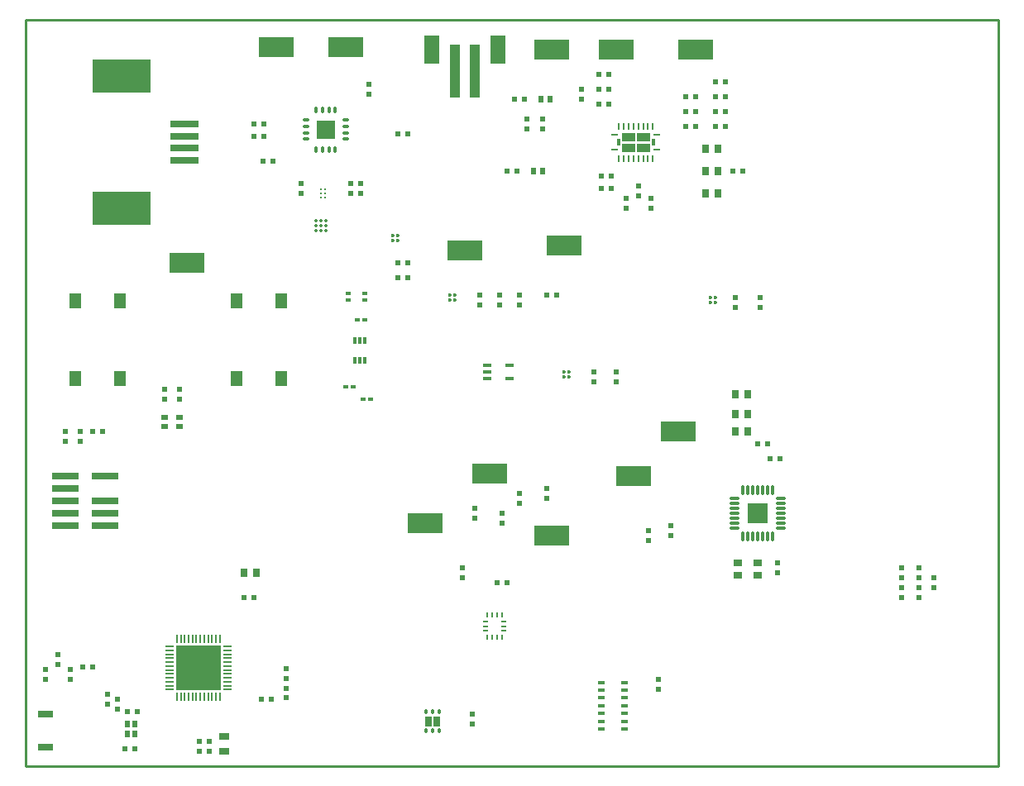
<source format=gtp>
G04*
G04 #@! TF.GenerationSoftware,Altium Limited,Altium Designer,20.1.11 (218)*
G04*
G04 Layer_Color=8421504*
%FSLAX25Y25*%
%MOIN*%
G70*
G04*
G04 #@! TF.SameCoordinates,CECB5A23-850B-4153-B343-40316EC9BAD4*
G04*
G04*
G04 #@! TF.FilePolarity,Positive*
G04*
G01*
G75*
%ADD10C,0.01000*%
%ADD20R,0.07480X0.07480*%
%ADD21R,0.05228X0.03610*%
%ADD22R,0.01169X0.03071*%
%ADD23R,0.14370X0.08071*%
%ADD24R,0.05906X0.02913*%
%ADD25R,0.11811X0.02756*%
%ADD26R,0.23779X0.13386*%
%ADD27R,0.02362X0.01968*%
%ADD28R,0.01968X0.02362*%
%ADD29R,0.01968X0.02756*%
%ADD30R,0.03937X0.21654*%
%ADD31R,0.06299X0.11811*%
%ADD32O,0.02953X0.01181*%
%ADD33O,0.01181X0.02953*%
%ADD34R,0.10984X0.02913*%
%ADD35R,0.18110X0.18110*%
%ADD36O,0.00787X0.03740*%
%ADD37O,0.03740X0.00787*%
G04:AMPARAMS|DCode=38|XSize=9.45mil|YSize=23.62mil|CornerRadius=1.98mil|HoleSize=0mil|Usage=FLASHONLY|Rotation=270.000|XOffset=0mil|YOffset=0mil|HoleType=Round|Shape=RoundedRectangle|*
%AMROUNDEDRECTD38*
21,1,0.00945,0.01965,0,0,270.0*
21,1,0.00548,0.02362,0,0,270.0*
1,1,0.00397,-0.00983,-0.00274*
1,1,0.00397,-0.00983,0.00274*
1,1,0.00397,0.00983,0.00274*
1,1,0.00397,0.00983,-0.00274*
%
%ADD38ROUNDEDRECTD38*%
G04:AMPARAMS|DCode=39|XSize=9.45mil|YSize=23.62mil|CornerRadius=1.98mil|HoleSize=0mil|Usage=FLASHONLY|Rotation=0.000|XOffset=0mil|YOffset=0mil|HoleType=Round|Shape=RoundedRectangle|*
%AMROUNDEDRECTD39*
21,1,0.00945,0.01965,0,0,0.0*
21,1,0.00548,0.02362,0,0,0.0*
1,1,0.00397,0.00274,-0.00983*
1,1,0.00397,-0.00274,-0.00983*
1,1,0.00397,-0.00274,0.00983*
1,1,0.00397,0.00274,0.00983*
%
%ADD39ROUNDEDRECTD39*%
%ADD40R,0.02362X0.02362*%
%ADD41R,0.02362X0.02362*%
%ADD42R,0.02953X0.03347*%
%ADD43R,0.02953X0.01378*%
%ADD44C,0.01417*%
G04:AMPARAMS|DCode=45|XSize=15.75mil|YSize=33.47mil|CornerRadius=1.97mil|HoleSize=0mil|Usage=FLASHONLY|Rotation=90.000|XOffset=0mil|YOffset=0mil|HoleType=Round|Shape=RoundedRectangle|*
%AMROUNDEDRECTD45*
21,1,0.01575,0.02953,0,0,90.0*
21,1,0.01181,0.03347,0,0,90.0*
1,1,0.00394,0.01476,0.00591*
1,1,0.00394,0.01476,-0.00591*
1,1,0.00394,-0.01476,-0.00591*
1,1,0.00394,-0.01476,0.00591*
%
%ADD45ROUNDEDRECTD45*%
G04:AMPARAMS|DCode=46|XSize=38.98mil|YSize=10.63mil|CornerRadius=1.33mil|HoleSize=0mil|Usage=FLASHONLY|Rotation=270.000|XOffset=0mil|YOffset=0mil|HoleType=Round|Shape=RoundedRectangle|*
%AMROUNDEDRECTD46*
21,1,0.03898,0.00797,0,0,270.0*
21,1,0.03632,0.01063,0,0,270.0*
1,1,0.00266,-0.00399,-0.01816*
1,1,0.00266,-0.00399,0.01816*
1,1,0.00266,0.00399,0.01816*
1,1,0.00266,0.00399,-0.01816*
%
%ADD46ROUNDEDRECTD46*%
G04:AMPARAMS|DCode=47|XSize=38.98mil|YSize=10.63mil|CornerRadius=1.33mil|HoleSize=0mil|Usage=FLASHONLY|Rotation=180.000|XOffset=0mil|YOffset=0mil|HoleType=Round|Shape=RoundedRectangle|*
%AMROUNDEDRECTD47*
21,1,0.03898,0.00797,0,0,180.0*
21,1,0.03632,0.01063,0,0,180.0*
1,1,0.00266,-0.01816,0.00399*
1,1,0.00266,0.01816,0.00399*
1,1,0.00266,0.01816,-0.00399*
1,1,0.00266,-0.01816,-0.00399*
%
%ADD47ROUNDEDRECTD47*%
%ADD48R,0.03347X0.02953*%
%ADD49C,0.00906*%
%ADD50R,0.02047X0.01181*%
G04:AMPARAMS|DCode=51|XSize=11.81mil|YSize=29.53mil|CornerRadius=1.95mil|HoleSize=0mil|Usage=FLASHONLY|Rotation=180.000|XOffset=0mil|YOffset=0mil|HoleType=Round|Shape=RoundedRectangle|*
%AMROUNDEDRECTD51*
21,1,0.01181,0.02563,0,0,180.0*
21,1,0.00791,0.02953,0,0,180.0*
1,1,0.00390,-0.00396,0.01282*
1,1,0.00390,0.00396,0.01282*
1,1,0.00390,0.00396,-0.01282*
1,1,0.00390,-0.00396,-0.01282*
%
%ADD51ROUNDEDRECTD51*%
%ADD52R,0.01968X0.01772*%
%ADD53C,0.01358*%
%ADD54R,0.02756X0.01968*%
%ADD55R,0.04000X0.02500*%
%ADD56R,0.02362X0.02756*%
G04:AMPARAMS|DCode=57|XSize=17.72mil|YSize=11.81mil|CornerRadius=1.95mil|HoleSize=0mil|Usage=FLASHONLY|Rotation=90.000|XOffset=0mil|YOffset=0mil|HoleType=Round|Shape=RoundedRectangle|*
%AMROUNDEDRECTD57*
21,1,0.01772,0.00791,0,0,90.0*
21,1,0.01382,0.01181,0,0,90.0*
1,1,0.00390,0.00396,0.00691*
1,1,0.00390,0.00396,-0.00691*
1,1,0.00390,-0.00396,-0.00691*
1,1,0.00390,-0.00396,0.00691*
%
%ADD57ROUNDEDRECTD57*%
%ADD58R,0.00984X0.01870*%
%ADD59R,0.01870X0.00984*%
%ADD60R,0.05118X0.06102*%
G36*
X160850Y19772D02*
Y19811D01*
X160880Y19883D01*
X160936Y19939D01*
X161008Y19969D01*
X161047D01*
D01*
X163409D01*
X163449D01*
X163521Y19939D01*
X163576Y19883D01*
X163606Y19811D01*
Y19772D01*
D01*
Y16228D01*
Y16189D01*
X163576Y16117D01*
X163521Y16061D01*
X163449Y16032D01*
X163409D01*
D01*
X161047D01*
X161008D01*
X160936Y16061D01*
X160880Y16117D01*
X160850Y16189D01*
Y16228D01*
D01*
Y19772D01*
D02*
G37*
G36*
X164591Y16032D02*
X164551D01*
X164479Y16061D01*
X164424Y16117D01*
X164394Y16189D01*
Y16228D01*
D01*
Y19772D01*
Y19811D01*
X164424Y19883D01*
X164479Y19939D01*
X164551Y19969D01*
X164591D01*
D01*
X166953D01*
X166992D01*
X167064Y19939D01*
X167120Y19883D01*
X167150Y19811D01*
Y19772D01*
D01*
Y16228D01*
Y16189D01*
X167120Y16117D01*
X167064Y16061D01*
X166992Y16032D01*
X166953D01*
D01*
X164591D01*
D02*
G37*
G36*
X290945Y106055D02*
X299055D01*
Y97945D01*
X290945D01*
Y106055D01*
D02*
G37*
D10*
X0Y0D02*
X392000D01*
Y301000D01*
X0D02*
X392000D01*
X0Y0D02*
Y301000D01*
D20*
X120973Y256720D02*
D03*
D21*
X248897Y253703D02*
D03*
Y249305D02*
D03*
X242882D02*
D03*
Y253703D02*
D03*
D22*
X238895Y251504D02*
D03*
X252884D02*
D03*
D23*
X212000Y93000D02*
D03*
X101000Y290000D02*
D03*
X129000D02*
D03*
X212000Y289000D02*
D03*
X238000D02*
D03*
X270000D02*
D03*
X263000Y135000D02*
D03*
X245000Y117000D02*
D03*
X177000Y208000D02*
D03*
X65000Y203000D02*
D03*
X161000Y98000D02*
D03*
X187000Y118000D02*
D03*
X217000Y210000D02*
D03*
D24*
X8000Y7590D02*
D03*
Y21000D02*
D03*
D25*
X64000Y254079D02*
D03*
Y249158D02*
D03*
Y259000D02*
D03*
Y244236D02*
D03*
D26*
X38803Y224847D02*
D03*
Y278390D02*
D03*
D27*
X251000Y91000D02*
D03*
Y94937D02*
D03*
X224000Y272969D02*
D03*
Y269032D02*
D03*
X202000Y257000D02*
D03*
Y260937D02*
D03*
X180000Y17000D02*
D03*
Y20937D02*
D03*
X138500Y271063D02*
D03*
Y275000D02*
D03*
X255000Y34937D02*
D03*
Y31000D02*
D03*
X260000Y96969D02*
D03*
Y93032D02*
D03*
X181000Y103969D02*
D03*
Y100031D02*
D03*
X192000Y102000D02*
D03*
Y98063D02*
D03*
X199000Y106032D02*
D03*
Y109968D02*
D03*
X210000Y108000D02*
D03*
Y111937D02*
D03*
X360000Y76000D02*
D03*
Y79937D02*
D03*
Y71969D02*
D03*
Y68032D02*
D03*
X208299Y257031D02*
D03*
Y260968D02*
D03*
X111000Y234937D02*
D03*
Y231000D02*
D03*
X22000Y134937D02*
D03*
Y131000D02*
D03*
X56000Y151969D02*
D03*
Y148031D02*
D03*
X62000Y148063D02*
D03*
Y152000D02*
D03*
X176000Y76063D02*
D03*
Y80000D02*
D03*
D28*
X201000Y269000D02*
D03*
X197063D02*
D03*
X154000Y255000D02*
D03*
X150063D02*
D03*
X288937Y240000D02*
D03*
X285000D02*
D03*
X194063D02*
D03*
X198000D02*
D03*
X131000Y235000D02*
D03*
X134937D02*
D03*
X131000Y231000D02*
D03*
X134937D02*
D03*
X30937Y135000D02*
D03*
X27000D02*
D03*
X92000Y259000D02*
D03*
X95937D02*
D03*
X92000Y254000D02*
D03*
X95937D02*
D03*
X193937Y74000D02*
D03*
X190000D02*
D03*
D29*
X207630Y269000D02*
D03*
X211370D02*
D03*
X204630Y240000D02*
D03*
X208370D02*
D03*
D30*
X180937Y280142D02*
D03*
X173063D02*
D03*
D31*
X190386Y289000D02*
D03*
X163614D02*
D03*
D32*
X128945Y260559D02*
D03*
Y258000D02*
D03*
Y255441D02*
D03*
Y252882D02*
D03*
X113000D02*
D03*
Y255441D02*
D03*
Y258000D02*
D03*
Y260559D02*
D03*
D33*
X124811Y248748D02*
D03*
X122252D02*
D03*
X119693D02*
D03*
X117134D02*
D03*
Y264693D02*
D03*
X119693D02*
D03*
X122252D02*
D03*
X124811D02*
D03*
D34*
X32012Y97000D02*
D03*
Y102000D02*
D03*
Y107000D02*
D03*
Y117000D02*
D03*
X15988Y97000D02*
D03*
Y102000D02*
D03*
Y107000D02*
D03*
Y112000D02*
D03*
Y117000D02*
D03*
D35*
X69614Y39512D02*
D03*
D36*
X78276Y27898D02*
D03*
X76701D02*
D03*
X75126D02*
D03*
X73551D02*
D03*
X71976D02*
D03*
X70402D02*
D03*
X68827D02*
D03*
X67252D02*
D03*
X65677D02*
D03*
X64102D02*
D03*
X62528D02*
D03*
X60953D02*
D03*
Y51126D02*
D03*
X62528D02*
D03*
X64102D02*
D03*
X65677D02*
D03*
X67252D02*
D03*
X68827D02*
D03*
X70402D02*
D03*
X71976D02*
D03*
X73551D02*
D03*
X75126D02*
D03*
X76701D02*
D03*
X78276D02*
D03*
D37*
X58000Y30850D02*
D03*
Y32425D02*
D03*
Y34000D02*
D03*
Y35575D02*
D03*
Y37150D02*
D03*
Y38724D02*
D03*
Y40299D02*
D03*
Y41874D02*
D03*
Y43449D02*
D03*
Y45024D02*
D03*
Y46598D02*
D03*
Y48173D02*
D03*
X81228D02*
D03*
Y46598D02*
D03*
Y45024D02*
D03*
Y43449D02*
D03*
Y41874D02*
D03*
Y40299D02*
D03*
Y38724D02*
D03*
Y37150D02*
D03*
Y35575D02*
D03*
Y34000D02*
D03*
Y32425D02*
D03*
Y30850D02*
D03*
D38*
X237425Y248552D02*
D03*
Y254457D02*
D03*
X254354D02*
D03*
Y248552D02*
D03*
D39*
X239000Y258000D02*
D03*
X240968D02*
D03*
X242937D02*
D03*
X244905D02*
D03*
X246874D02*
D03*
X248843D02*
D03*
X250811D02*
D03*
X252780D02*
D03*
Y245008D02*
D03*
X250811D02*
D03*
X248843D02*
D03*
X246874D02*
D03*
X244905D02*
D03*
X242937D02*
D03*
X240968D02*
D03*
X239000D02*
D03*
D40*
X247000Y233937D02*
D03*
Y230000D02*
D03*
X242000Y228969D02*
D03*
Y225031D02*
D03*
X252000Y228937D02*
D03*
Y225000D02*
D03*
X296000Y189000D02*
D03*
Y185063D02*
D03*
X286000D02*
D03*
Y189000D02*
D03*
X238000Y159000D02*
D03*
Y155063D02*
D03*
X229000D02*
D03*
Y159000D02*
D03*
X353000Y76000D02*
D03*
Y79937D02*
D03*
Y68032D02*
D03*
Y71969D02*
D03*
X303000Y78063D02*
D03*
Y82000D02*
D03*
X366000Y72000D02*
D03*
Y75937D02*
D03*
X16000Y134937D02*
D03*
Y131000D02*
D03*
X33000Y25000D02*
D03*
Y28937D02*
D03*
X70000Y10000D02*
D03*
Y6063D02*
D03*
X74000D02*
D03*
Y10000D02*
D03*
X105000Y35386D02*
D03*
Y39323D02*
D03*
Y31386D02*
D03*
Y27449D02*
D03*
X37000Y23031D02*
D03*
Y26969D02*
D03*
X183000Y190000D02*
D03*
Y186063D02*
D03*
X191000Y190000D02*
D03*
Y186063D02*
D03*
X8000Y35032D02*
D03*
Y38969D02*
D03*
X13000Y41000D02*
D03*
Y44937D02*
D03*
X18000Y35032D02*
D03*
Y38969D02*
D03*
X199000Y186063D02*
D03*
Y190000D02*
D03*
D41*
X282063Y264000D02*
D03*
X278126D02*
D03*
X282063Y258000D02*
D03*
X278126D02*
D03*
X282063Y270000D02*
D03*
X278126D02*
D03*
X282063Y276000D02*
D03*
X278126D02*
D03*
X266126Y258000D02*
D03*
X270063D02*
D03*
X266094Y264000D02*
D03*
X270031D02*
D03*
X266063Y270000D02*
D03*
X270000D02*
D03*
X88000Y68000D02*
D03*
X91937D02*
D03*
X153937Y197000D02*
D03*
X150000D02*
D03*
Y203000D02*
D03*
X153937D02*
D03*
X236000Y233000D02*
D03*
X232063D02*
D03*
X236000Y238000D02*
D03*
X232063D02*
D03*
X235000Y279000D02*
D03*
X231063D02*
D03*
X235000Y273000D02*
D03*
X231063D02*
D03*
X234937Y267000D02*
D03*
X231000D02*
D03*
X300031Y124000D02*
D03*
X303969D02*
D03*
X295000Y130000D02*
D03*
X298937D02*
D03*
X99761Y244060D02*
D03*
X95824D02*
D03*
X98937Y27000D02*
D03*
X95000D02*
D03*
X44937Y21937D02*
D03*
X41000D02*
D03*
X40063Y6937D02*
D03*
X44000D02*
D03*
X23000Y40000D02*
D03*
X26937D02*
D03*
X210000Y190000D02*
D03*
X213937D02*
D03*
D42*
X274079Y231000D02*
D03*
X279000D02*
D03*
X274079Y240000D02*
D03*
X279000D02*
D03*
X274079Y249000D02*
D03*
X279000D02*
D03*
X92921Y78000D02*
D03*
X88000D02*
D03*
X286079Y135000D02*
D03*
X291000D02*
D03*
X286079Y142000D02*
D03*
X291000D02*
D03*
X286079Y150000D02*
D03*
X291000D02*
D03*
D43*
X241449Y33748D02*
D03*
Y30598D02*
D03*
Y27449D02*
D03*
Y24299D02*
D03*
Y21150D02*
D03*
Y18000D02*
D03*
Y14850D02*
D03*
X232000D02*
D03*
Y18000D02*
D03*
Y21150D02*
D03*
Y24299D02*
D03*
Y27449D02*
D03*
Y30598D02*
D03*
Y33748D02*
D03*
D44*
X276016Y188984D02*
D03*
X277984D02*
D03*
X276016Y187016D02*
D03*
X277984D02*
D03*
X217000Y158968D02*
D03*
X218969D02*
D03*
X217000Y157000D02*
D03*
X218969D02*
D03*
X148016Y212016D02*
D03*
Y213984D02*
D03*
X149984Y212016D02*
D03*
Y213984D02*
D03*
X172968Y188031D02*
D03*
X171000D02*
D03*
X172968Y190000D02*
D03*
X171000D02*
D03*
D45*
X194858Y161559D02*
D03*
Y156441D02*
D03*
X186000D02*
D03*
Y159000D02*
D03*
Y161559D02*
D03*
D46*
X300905Y111291D02*
D03*
X298937D02*
D03*
X296969D02*
D03*
X295000D02*
D03*
X293032D02*
D03*
X291063D02*
D03*
X289094D02*
D03*
Y92709D02*
D03*
X291063D02*
D03*
X293032D02*
D03*
X295000D02*
D03*
X296969D02*
D03*
X298937D02*
D03*
X300905D02*
D03*
D47*
X304291Y96095D02*
D03*
Y98063D02*
D03*
Y100031D02*
D03*
Y102000D02*
D03*
Y103969D02*
D03*
Y105937D02*
D03*
Y107905D02*
D03*
X285709D02*
D03*
Y105937D02*
D03*
Y103969D02*
D03*
Y102000D02*
D03*
Y100031D02*
D03*
Y98063D02*
D03*
Y96095D02*
D03*
D48*
X287000Y82000D02*
D03*
Y77079D02*
D03*
X295000Y82000D02*
D03*
Y77079D02*
D03*
D49*
X120653Y229425D02*
D03*
X119000D02*
D03*
X120653Y231000D02*
D03*
X119000D02*
D03*
Y232575D02*
D03*
X120653D02*
D03*
D50*
X136614Y188000D02*
D03*
Y190559D02*
D03*
X130000D02*
D03*
Y188000D02*
D03*
D51*
X132677Y163543D02*
D03*
X134646D02*
D03*
X136614D02*
D03*
Y171614D02*
D03*
X134646D02*
D03*
X132677D02*
D03*
D52*
X133661Y179807D02*
D03*
X136614D02*
D03*
X129047Y153000D02*
D03*
X132000D02*
D03*
X138953Y148000D02*
D03*
X136000D02*
D03*
D53*
X117000Y219937D02*
D03*
X118968D02*
D03*
X120937D02*
D03*
X117000Y217969D02*
D03*
Y216000D02*
D03*
X118968Y217969D02*
D03*
X120937D02*
D03*
X118968Y216000D02*
D03*
X120937D02*
D03*
D54*
X62000Y140740D02*
D03*
Y137000D02*
D03*
X56000Y140740D02*
D03*
Y137000D02*
D03*
D55*
X80000Y12000D02*
D03*
Y6000D02*
D03*
D56*
X44150Y13000D02*
D03*
Y16937D02*
D03*
X41000D02*
D03*
Y13000D02*
D03*
D57*
X161441Y14161D02*
D03*
X164000D02*
D03*
X166559D02*
D03*
Y21839D02*
D03*
X164000D02*
D03*
X161441D02*
D03*
D58*
X186094Y51846D02*
D03*
X188063D02*
D03*
X190032D02*
D03*
X192000D02*
D03*
Y61000D02*
D03*
X190032D02*
D03*
X188063D02*
D03*
X186094D02*
D03*
D59*
X192640Y54455D02*
D03*
Y56423D02*
D03*
Y58392D02*
D03*
X185455D02*
D03*
Y56423D02*
D03*
Y54455D02*
D03*
D60*
X20142Y187650D02*
D03*
X37858D02*
D03*
Y156350D02*
D03*
X20142D02*
D03*
X102858Y156350D02*
D03*
X85142D02*
D03*
Y187650D02*
D03*
X102858D02*
D03*
M02*

</source>
